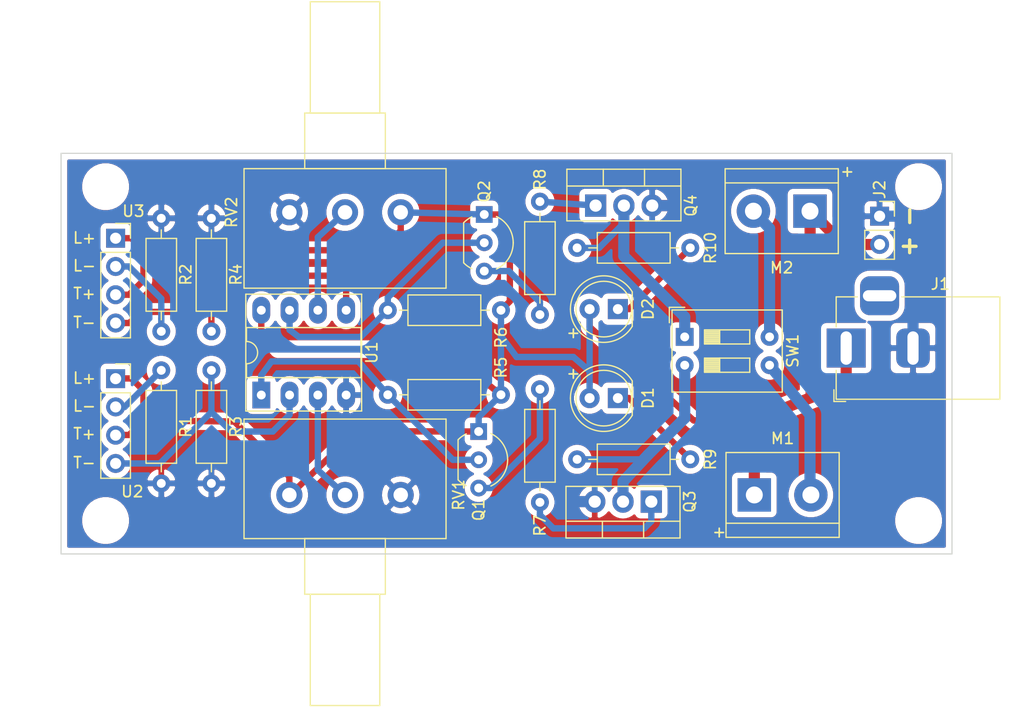
<source format=kicad_pcb>
(kicad_pcb (version 20171130) (host pcbnew "(5.1.5)-3")
  (title_block (title "Robot seguidor de lineas") (date 2020-01-13) (rev 1.1))
  (layers (0 F.Cu signal) (31 B.Cu signal) (34 B.Paste user) (35 F.Paste user) (36 B.SilkS user) (37 F.SilkS user) (38 B.Mask user) (39 F.Mask user) (44 Edge.Cuts user))
  (net 0 "")
  (net 1 "Net-(D1-Pad1)")
  (net 2 +BATT)
  (net 3 "Net-(D2-Pad1)")
  (net 4 GND)
  (net 5 "Net-(M1-Pad2)")
  (net 6 "Net-(M2-Pad2)")
  (net 7 "Net-(Q1-Pad2)")
  (net 8 "Net-(Q1-Pad3)")
  (net 9 "Net-(Q2-Pad3)")
  (net 10 "Net-(Q2-Pad2)")
  (net 11 "Net-(Q3-Pad1)")
  (net 12 Motor1)
  (net 13 Motor2)
  (net 14 "Net-(Q4-Pad1)")
  (net 15 /L1-)
  (net 16 /L2-)
  (net 17 /T1-)
  (net 18 /T2-)
  (net 19 "Net-(RV1-Pad2)")
  (net 20 "Net-(RV2-Pad2)")
  (module TerminalBlock:TerminalBlock_bornier-2_P5.08mm (layer F.Cu) (at 165.75 82.2 180)
    (fp_text reference M2 (at 2.54 -5.08) (layer F.SilkS))
    (fp_text value Motor_DC)
    (fp_line (start -2.54 3.81) (end 7.62 3.81) (layer F.SilkS) (width 0.12))
    (fp_line (start -2.54 -3.81) (end -2.54 3.81) (layer F.SilkS) (width 0.12))
    (fp_line (start 7.62 -3.81) (end -2.54 -3.81) (layer F.SilkS) (width 0.12))
    (fp_line (start 7.62 3.81) (end 7.62 -3.81) (layer F.SilkS) (width 0.12))
    (fp_line (start 7.62 2.54) (end -2.54 2.54) (layer F.SilkS) (width 0.12))
    (pad 2 thru_hole circle (at 5.08 0 180) (size 3 3) (drill 1.52) (layers *.Cu *.Mask) (net 6 "Net-(M2-Pad2)"))
    (pad 1 thru_hole rect (at 0 0 180) (size 3 3) (drill 1.52) (layers *.Cu *.Mask) (net 2 +BATT))
  )
  (module Añadidos:Logo_Calabaza (layer F.Cu) (at 173.4 103.5)
    (fp_text reference G*** hide)
    (fp_text value LOGO hide)
  )
  (module MountingHole:MountingHole_3.2mm_M3 (layer F.Cu) (at 175.5 80)
    (fp_text reference REF**)
    (fp_text value MountingHole_3.2mm_M3)
    (pad 1 np_thru_hole circle (at 0 0) (size 3.2 3.2) (drill 3.2) (layers *.Cu *.Mask))
  )
  (module MountingHole:MountingHole_3.2mm_M3 (layer F.Cu) (at 175.5 110)
    (fp_text reference REF**)
    (fp_text value MountingHole_3.2mm_M3)
    (pad 1 np_thru_hole circle (at 0 0) (size 3.2 3.2) (drill 3.2) (layers *.Cu *.Mask))
  )
  (module MountingHole:MountingHole_3.2mm_M3 (layer F.Cu) (at 102.5 80)
    (fp_text reference REF**)
    (fp_text value MountingHole_3.2mm_M3)
    (pad 1 np_thru_hole circle (at 0 0) (size 3.2 3.2) (drill 3.2) (layers *.Cu *.Mask))
  )
  (module MountingHole:MountingHole_3.2mm_M3 (layer F.Cu) (at 102.5 110)
    (fp_text reference REF**)
    (fp_text value MountingHole_3.2mm_M3)
    (pad 1 np_thru_hole circle (at 0 0) (size 3.2 3.2) (drill 3.2) (layers *.Cu *.Mask))
  )
  (module LED_THT:LED_D5.0mm (layer F.Cu) (at 148.5 99 180)
    (fp_text reference D1 (at -2.7 0 90) (layer F.SilkS))
    (fp_text value LED)
    (fp_arc (start 1.27 0) (end -1.29 -1.54483) (angle 148.9) (layer F.SilkS) (width 0.12))
    (fp_arc (start 1.27 0) (end -1.29 1.54483) (angle -148.9) (layer F.SilkS) (width 0.12))
    (fp_circle (center 1.27 0) (end 3.77 0) (layer F.SilkS) (width 0.12))
    (fp_line (start -1.29 -1.545) (end -1.29 1.545) (layer F.SilkS) (width 0.12))
    (pad 1 thru_hole rect (at 0 0 180) (size 1.8 1.8) (drill 0.9) (layers *.Cu *.Mask) (net 1 "Net-(D1-Pad1)"))
    (pad 2 thru_hole circle (at 2.54 0 180) (size 1.8 1.8) (drill 0.9) (layers *.Cu *.Mask) (net 2 +BATT))
  )
  (module LED_THT:LED_D5.0mm (layer F.Cu) (at 148.5 91 180)
    (fp_text reference D2 (at -2.7 0 90) (layer F.SilkS))
    (fp_text value LED)
    (fp_line (start -1.29 -1.545) (end -1.29 1.545) (layer F.SilkS) (width 0.12))
    (fp_circle (center 1.27 0) (end 3.77 0) (layer F.SilkS) (width 0.12))
    (fp_arc (start 1.27 0) (end -1.29 1.54483) (angle -148.9) (layer F.SilkS) (width 0.12))
    (fp_arc (start 1.27 0) (end -1.29 -1.54483) (angle 148.9) (layer F.SilkS) (width 0.12))
    (pad 2 thru_hole circle (at 2.54 0 180) (size 1.8 1.8) (drill 0.9) (layers *.Cu *.Mask) (net 2 +BATT))
    (pad 1 thru_hole rect (at 0 0 180) (size 1.8 1.8) (drill 0.9) (layers *.Cu *.Mask) (net 3 "Net-(D2-Pad1)"))
  )
  (module Connector_PinSocket_2.54mm:PinSocket_1x02_P2.54mm_Vertical (layer F.Cu) (at 172 82.65)
    (fp_text reference J2 (at 0 -2.4 90) (layer F.SilkS))
    (fp_text value Vin)
    (fp_line (start -1.33 1.27) (end 1.33 1.27) (layer F.SilkS) (width 0.12))
    (fp_line (start -1.33 1.27) (end -1.33 3.87) (layer F.SilkS) (width 0.12))
    (fp_line (start -1.33 3.87) (end 1.33 3.87) (layer F.SilkS) (width 0.12))
    (fp_line (start 1.33 1.27) (end 1.33 3.87) (layer F.SilkS) (width 0.12))
    (fp_line (start 1.33 -1.33) (end 1.33 0) (layer F.SilkS) (width 0.12))
    (fp_line (start 0 -1.33) (end 1.33 -1.33) (layer F.SilkS) (width 0.12))
    (pad 1 thru_hole rect (at 0 0) (size 1.7 1.7) (drill 1) (layers *.Cu *.Mask) (net 4 GND))
    (pad 2 thru_hole oval (at 0 2.54) (size 1.7 1.7) (drill 1) (layers *.Cu *.Mask) (net 2 +BATT))
  )
  (module Package_TO_SOT_THT:TO-92_Inline_Wide (layer F.Cu) (at 136 102 270)
    (fp_text reference Q1 (at 7.05 0 90) (layer F.SilkS))
    (fp_text value BC548)
    (fp_line (start 0.74 1.85) (end 4.34 1.85) (layer F.SilkS) (width 0.12))
    (fp_arc (start 2.54 0) (end 0.74 1.85) (angle 20) (layer F.SilkS) (width 0.12))
    (fp_arc (start 2.54 0) (end 2.54 -2.6) (angle -65) (layer F.SilkS) (width 0.12))
    (fp_arc (start 2.54 0) (end 2.54 -2.6) (angle 65) (layer F.SilkS) (width 0.12))
    (fp_arc (start 2.54 0) (end 4.34 1.85) (angle -20) (layer F.SilkS) (width 0.12))
    (pad 2 thru_hole circle (at 2.54 0) (size 1.5 1.5) (drill 0.8) (layers *.Cu *.Mask) (net 7 "Net-(Q1-Pad2)"))
    (pad 3 thru_hole circle (at 5.08 0) (size 1.5 1.5) (drill 0.8) (layers *.Cu *.Mask) (net 8 "Net-(Q1-Pad3)"))
    (pad 1 thru_hole rect (at 0 0) (size 1.5 1.5) (drill 0.8) (layers *.Cu *.Mask) (net 2 +BATT))
  )
  (module Package_TO_SOT_THT:TO-92_Inline_Wide (layer F.Cu) (at 136.5 82.5 270)
    (fp_text reference Q2 (at -2.075 0 90) (layer F.SilkS))
    (fp_text value BC548)
    (fp_arc (start 2.54 0) (end 4.34 1.85) (angle -20) (layer F.SilkS) (width 0.12))
    (fp_arc (start 2.54 0) (end 2.54 -2.6) (angle 65) (layer F.SilkS) (width 0.12))
    (fp_arc (start 2.54 0) (end 2.54 -2.6) (angle -65) (layer F.SilkS) (width 0.12))
    (fp_arc (start 2.54 0) (end 0.74 1.85) (angle 20) (layer F.SilkS) (width 0.12))
    (fp_line (start 0.74 1.85) (end 4.34 1.85) (layer F.SilkS) (width 0.12))
    (pad 1 thru_hole rect (at 0 0) (size 1.5 1.5) (drill 0.8) (layers *.Cu *.Mask) (net 2 +BATT))
    (pad 3 thru_hole circle (at 5.08 0) (size 1.5 1.5) (drill 0.8) (layers *.Cu *.Mask) (net 9 "Net-(Q2-Pad3)"))
    (pad 2 thru_hole circle (at 2.54 0) (size 1.5 1.5) (drill 0.8) (layers *.Cu *.Mask) (net 10 "Net-(Q2-Pad2)"))
  )
  (module Package_TO_SOT_THT:TO-220-3_Vertical (layer F.Cu) (at 151.5 108.3 180)
    (fp_text reference Q3 (at -3.45 0 90) (layer F.SilkS))
    (fp_text value TIP41C)
    (fp_line (start -2.58 -3.27) (end 7.66 -3.27) (layer F.SilkS) (width 0.12))
    (fp_line (start -2.58 1.371) (end 7.66 1.371) (layer F.SilkS) (width 0.12))
    (fp_line (start -2.58 -3.27) (end -2.58 1.371) (layer F.SilkS) (width 0.12))
    (fp_line (start 7.66 -3.27) (end 7.66 1.371) (layer F.SilkS) (width 0.12))
    (fp_line (start -2.58 -1.76) (end 7.66 -1.76) (layer F.SilkS) (width 0.12))
    (fp_line (start 0.69 -3.27) (end 0.69 -1.76) (layer F.SilkS) (width 0.12))
    (fp_line (start 4.391 -3.27) (end 4.391 -1.76) (layer F.SilkS) (width 0.12))
    (pad 1 thru_hole rect (at 0 0 180) (size 1.905 2) (drill 1.1) (layers *.Cu *.Mask) (net 11 "Net-(Q3-Pad1)"))
    (pad 2 thru_hole oval (at 2.54 0 180) (size 1.905 2) (drill 1.1) (layers *.Cu *.Mask) (net 12 Motor1))
    (pad 3 thru_hole oval (at 5.08 0 180) (size 1.905 2) (drill 1.1) (layers *.Cu *.Mask) (net 4 GND))
  )
  (module Package_TO_SOT_THT:TO-220-3_Vertical (layer F.Cu) (at 146.5 81.7)
    (fp_text reference Q4 (at 8.55 0 90) (layer F.SilkS))
    (fp_text value TIP41C)
    (fp_line (start 4.391 -3.27) (end 4.391 -1.76) (layer F.SilkS) (width 0.12))
    (fp_line (start 0.69 -3.27) (end 0.69 -1.76) (layer F.SilkS) (width 0.12))
    (fp_line (start -2.58 -1.76) (end 7.66 -1.76) (layer F.SilkS) (width 0.12))
    (fp_line (start 7.66 -3.27) (end 7.66 1.371) (layer F.SilkS) (width 0.12))
    (fp_line (start -2.58 -3.27) (end -2.58 1.371) (layer F.SilkS) (width 0.12))
    (fp_line (start -2.58 1.371) (end 7.66 1.371) (layer F.SilkS) (width 0.12))
    (fp_line (start -2.58 -3.27) (end 7.66 -3.27) (layer F.SilkS) (width 0.12))
    (pad 3 thru_hole oval (at 5.08 0) (size 1.905 2) (drill 1.1) (layers *.Cu *.Mask) (net 4 GND))
    (pad 2 thru_hole oval (at 2.54 0) (size 1.905 2) (drill 1.1) (layers *.Cu *.Mask) (net 13 Motor2))
    (pad 1 thru_hole rect (at 0 0) (size 1.905 2) (drill 1.1) (layers *.Cu *.Mask) (net 14 "Net-(Q4-Pad1)"))
  )
  (module Resistor_THT:R_Axial_DIN0207_L6.3mm_D2.5mm_P10.16mm_Horizontal (layer F.Cu) (at 107.5 96.5 270)
    (fp_text reference R1 (at 5.08 -2.2 90) (layer F.SilkS))
    (fp_text value 330)
    (fp_line (start 1.81 -1.37) (end 1.81 1.37) (layer F.SilkS) (width 0.12))
    (fp_line (start 1.81 1.37) (end 8.35 1.37) (layer F.SilkS) (width 0.12))
    (fp_line (start 8.35 1.37) (end 8.35 -1.37) (layer F.SilkS) (width 0.12))
    (fp_line (start 8.35 -1.37) (end 1.81 -1.37) (layer F.SilkS) (width 0.12))
    (fp_line (start 1.04 0) (end 1.81 0) (layer F.SilkS) (width 0.12))
    (fp_line (start 9.12 0) (end 8.35 0) (layer F.SilkS) (width 0.12))
    (pad 1 thru_hole circle (at 0 0 270) (size 1.6 1.6) (drill 0.8) (layers *.Cu *.Mask) (net 15 /L1-))
    (pad 2 thru_hole oval (at 10.16 0 270) (size 1.6 1.6) (drill 0.8) (layers *.Cu *.Mask) (net 4 GND))
  )
  (module Resistor_THT:R_Axial_DIN0207_L6.3mm_D2.5mm_P10.16mm_Horizontal (layer F.Cu) (at 107.5 93 90)
    (fp_text reference R2 (at 5.1 2.2 90) (layer F.SilkS))
    (fp_text value 330)
    (fp_line (start 1.81 -1.37) (end 1.81 1.37) (layer F.SilkS) (width 0.12))
    (fp_line (start 1.81 1.37) (end 8.35 1.37) (layer F.SilkS) (width 0.12))
    (fp_line (start 8.35 1.37) (end 8.35 -1.37) (layer F.SilkS) (width 0.12))
    (fp_line (start 8.35 -1.37) (end 1.81 -1.37) (layer F.SilkS) (width 0.12))
    (fp_line (start 1.04 0) (end 1.81 0) (layer F.SilkS) (width 0.12))
    (fp_line (start 9.12 0) (end 8.35 0) (layer F.SilkS) (width 0.12))
    (pad 1 thru_hole circle (at 0 0 90) (size 1.6 1.6) (drill 0.8) (layers *.Cu *.Mask) (net 16 /L2-))
    (pad 2 thru_hole oval (at 10.16 0 90) (size 1.6 1.6) (drill 0.8) (layers *.Cu *.Mask) (net 4 GND))
  )
  (module Resistor_THT:R_Axial_DIN0207_L6.3mm_D2.5mm_P10.16mm_Horizontal (layer F.Cu) (at 112 96.5 270)
    (fp_text reference R3 (at 5.08 -2.2 90) (layer F.SilkS))
    (fp_text value 47k)
    (fp_line (start 9.12 0) (end 8.35 0) (layer F.SilkS) (width 0.12))
    (fp_line (start 1.04 0) (end 1.81 0) (layer F.SilkS) (width 0.12))
    (fp_line (start 8.35 -1.37) (end 1.81 -1.37) (layer F.SilkS) (width 0.12))
    (fp_line (start 8.35 1.37) (end 8.35 -1.37) (layer F.SilkS) (width 0.12))
    (fp_line (start 1.81 1.37) (end 8.35 1.37) (layer F.SilkS) (width 0.12))
    (fp_line (start 1.81 -1.37) (end 1.81 1.37) (layer F.SilkS) (width 0.12))
    (pad 2 thru_hole oval (at 10.16 0 270) (size 1.6 1.6) (drill 0.8) (layers *.Cu *.Mask) (net 4 GND))
    (pad 1 thru_hole circle (at 0 0 270) (size 1.6 1.6) (drill 0.8) (layers *.Cu *.Mask) (net 17 /T1-))
  )
  (module Resistor_THT:R_Axial_DIN0207_L6.3mm_D2.5mm_P10.16mm_Horizontal (layer F.Cu) (at 112 93 90)
    (fp_text reference R4 (at 5.1 2.2 90) (layer F.SilkS))
    (fp_text value 47k)
    (fp_line (start 9.12 0) (end 8.35 0) (layer F.SilkS) (width 0.12))
    (fp_line (start 1.04 0) (end 1.81 0) (layer F.SilkS) (width 0.12))
    (fp_line (start 8.35 -1.37) (end 1.81 -1.37) (layer F.SilkS) (width 0.12))
    (fp_line (start 8.35 1.37) (end 8.35 -1.37) (layer F.SilkS) (width 0.12))
    (fp_line (start 1.81 1.37) (end 8.35 1.37) (layer F.SilkS) (width 0.12))
    (fp_line (start 1.81 -1.37) (end 1.81 1.37) (layer F.SilkS) (width 0.12))
    (pad 2 thru_hole oval (at 10.16 0 90) (size 1.6 1.6) (drill 0.8) (layers *.Cu *.Mask) (net 4 GND))
    (pad 1 thru_hole circle (at 0 0 90) (size 1.6 1.6) (drill 0.8) (layers *.Cu *.Mask) (net 18 /T2-))
  )
  (module Resistor_THT:R_Axial_DIN0207_L6.3mm_D2.5mm_P10.16mm_Horizontal (layer F.Cu) (at 138 98.7 180)
    (fp_text reference R5 (at 0 2.45 90) (layer F.SilkS))
    (fp_text value 1K)
    (fp_line (start 9.12 0) (end 8.35 0) (layer F.SilkS) (width 0.12))
    (fp_line (start 1.04 0) (end 1.81 0) (layer F.SilkS) (width 0.12))
    (fp_line (start 8.35 -1.37) (end 1.81 -1.37) (layer F.SilkS) (width 0.12))
    (fp_line (start 8.35 1.37) (end 8.35 -1.37) (layer F.SilkS) (width 0.12))
    (fp_line (start 1.81 1.37) (end 8.35 1.37) (layer F.SilkS) (width 0.12))
    (fp_line (start 1.81 -1.37) (end 1.81 1.37) (layer F.SilkS) (width 0.12))
    (pad 2 thru_hole oval (at 10.16 0 180) (size 1.6 1.6) (drill 0.8) (layers *.Cu *.Mask) (net 7 "Net-(Q1-Pad2)"))
    (pad 1 thru_hole circle (at 0 0 180) (size 1.6 1.6) (drill 0.8) (layers *.Cu *.Mask) (net 2 +BATT))
  )
  (module Resistor_THT:R_Axial_DIN0207_L6.3mm_D2.5mm_P10.16mm_Horizontal (layer F.Cu) (at 138 91.1 180)
    (fp_text reference R6 (at 0 -2.45 90) (layer F.SilkS))
    (fp_text value 1K)
    (fp_line (start 1.81 -1.37) (end 1.81 1.37) (layer F.SilkS) (width 0.12))
    (fp_line (start 1.81 1.37) (end 8.35 1.37) (layer F.SilkS) (width 0.12))
    (fp_line (start 8.35 1.37) (end 8.35 -1.37) (layer F.SilkS) (width 0.12))
    (fp_line (start 8.35 -1.37) (end 1.81 -1.37) (layer F.SilkS) (width 0.12))
    (fp_line (start 1.04 0) (end 1.81 0) (layer F.SilkS) (width 0.12))
    (fp_line (start 9.12 0) (end 8.35 0) (layer F.SilkS) (width 0.12))
    (pad 1 thru_hole circle (at 0 0 180) (size 1.6 1.6) (drill 0.8) (layers *.Cu *.Mask) (net 2 +BATT))
    (pad 2 thru_hole oval (at 10.16 0 180) (size 1.6 1.6) (drill 0.8) (layers *.Cu *.Mask) (net 10 "Net-(Q2-Pad2)"))
  )
  (module Resistor_THT:R_Axial_DIN0207_L6.3mm_D2.5mm_P10.16mm_Horizontal (layer F.Cu) (at 141.5 98.2 270)
    (fp_text reference R7 (at 12.25 0 90) (layer F.SilkS))
    (fp_text value 56)
    (fp_line (start 9.12 0) (end 8.35 0) (layer F.SilkS) (width 0.12))
    (fp_line (start 1.04 0) (end 1.81 0) (layer F.SilkS) (width 0.12))
    (fp_line (start 8.35 -1.37) (end 1.81 -1.37) (layer F.SilkS) (width 0.12))
    (fp_line (start 8.35 1.37) (end 8.35 -1.37) (layer F.SilkS) (width 0.12))
    (fp_line (start 1.81 1.37) (end 8.35 1.37) (layer F.SilkS) (width 0.12))
    (fp_line (start 1.81 -1.37) (end 1.81 1.37) (layer F.SilkS) (width 0.12))
    (pad 2 thru_hole oval (at 10.16 0 270) (size 1.6 1.6) (drill 0.8) (layers *.Cu *.Mask) (net 11 "Net-(Q3-Pad1)"))
    (pad 1 thru_hole circle (at 0 0 270) (size 1.6 1.6) (drill 0.8) (layers *.Cu *.Mask) (net 8 "Net-(Q1-Pad3)"))
  )
  (module Resistor_THT:R_Axial_DIN0207_L6.3mm_D2.5mm_P10.16mm_Horizontal (layer F.Cu) (at 141.5 91.5 90)
    (fp_text reference R8 (at 12.15 0 90) (layer F.SilkS))
    (fp_text value 56)
    (fp_line (start 9.12 0) (end 8.35 0) (layer F.SilkS) (width 0.12))
    (fp_line (start 1.04 0) (end 1.81 0) (layer F.SilkS) (width 0.12))
    (fp_line (start 8.35 -1.37) (end 1.81 -1.37) (layer F.SilkS) (width 0.12))
    (fp_line (start 8.35 1.37) (end 8.35 -1.37) (layer F.SilkS) (width 0.12))
    (fp_line (start 1.81 1.37) (end 8.35 1.37) (layer F.SilkS) (width 0.12))
    (fp_line (start 1.81 -1.37) (end 1.81 1.37) (layer F.SilkS) (width 0.12))
    (pad 2 thru_hole oval (at 10.16 0 90) (size 1.6 1.6) (drill 0.8) (layers *.Cu *.Mask) (net 14 "Net-(Q4-Pad1)"))
    (pad 1 thru_hole circle (at 0 0 90) (size 1.6 1.6) (drill 0.8) (layers *.Cu *.Mask) (net 9 "Net-(Q2-Pad3)"))
  )
  (module Resistor_THT:R_Axial_DIN0207_L6.3mm_D2.5mm_P10.16mm_Horizontal (layer F.Cu) (at 155 104.5 180)
    (fp_text reference R9 (at -1.8 0 90) (layer F.SilkS))
    (fp_text value 330)
    (fp_line (start 1.81 -1.37) (end 1.81 1.37) (layer F.SilkS) (width 0.12))
    (fp_line (start 1.81 1.37) (end 8.35 1.37) (layer F.SilkS) (width 0.12))
    (fp_line (start 8.35 1.37) (end 8.35 -1.37) (layer F.SilkS) (width 0.12))
    (fp_line (start 8.35 -1.37) (end 1.81 -1.37) (layer F.SilkS) (width 0.12))
    (fp_line (start 1.04 0) (end 1.81 0) (layer F.SilkS) (width 0.12))
    (fp_line (start 9.12 0) (end 8.35 0) (layer F.SilkS) (width 0.12))
    (pad 1 thru_hole circle (at 0 0 180) (size 1.6 1.6) (drill 0.8) (layers *.Cu *.Mask) (net 1 "Net-(D1-Pad1)"))
    (pad 2 thru_hole oval (at 10.16 0 180) (size 1.6 1.6) (drill 0.8) (layers *.Cu *.Mask) (net 12 Motor1))
  )
  (module Resistor_THT:R_Axial_DIN0207_L6.3mm_D2.5mm_P10.16mm_Horizontal (layer F.Cu) (at 155 85.5 180)
    (fp_text reference R10 (at -1.8 0 90) (layer F.SilkS))
    (fp_text value 330)
    (fp_line (start 9.12 0) (end 8.35 0) (layer F.SilkS) (width 0.12))
    (fp_line (start 1.04 0) (end 1.81 0) (layer F.SilkS) (width 0.12))
    (fp_line (start 8.35 -1.37) (end 1.81 -1.37) (layer F.SilkS) (width 0.12))
    (fp_line (start 8.35 1.37) (end 8.35 -1.37) (layer F.SilkS) (width 0.12))
    (fp_line (start 1.81 1.37) (end 8.35 1.37) (layer F.SilkS) (width 0.12))
    (fp_line (start 1.81 -1.37) (end 1.81 1.37) (layer F.SilkS) (width 0.12))
    (pad 2 thru_hole oval (at 10.16 0 180) (size 1.6 1.6) (drill 0.8) (layers *.Cu *.Mask) (net 13 Motor2))
    (pad 1 thru_hole circle (at 0 0 180) (size 1.6 1.6) (drill 0.8) (layers *.Cu *.Mask) (net 3 "Net-(D2-Pad1)"))
  )
  (module Button_Switch_THT:SW_DIP_SPSTx02_Slide_9.78x7.26mm_W7.62mm_P2.54mm (layer F.Cu) (at 154.5 93.5)
    (fp_text reference SW1 (at 9.7 1.25 90) (layer F.SilkS))
    (fp_text value SW_DIP_x02)
    (fp_line (start -1.14 -2.42) (end 8.76 -2.42) (layer F.SilkS) (width 0.12))
    (fp_line (start -1.14 4.96) (end 8.76 4.96) (layer F.SilkS) (width 0.12))
    (fp_line (start -1.14 -2.42) (end -1.14 4.96) (layer F.SilkS) (width 0.12))
    (fp_line (start 8.76 -2.42) (end 8.76 4.96) (layer F.SilkS) (width 0.12))
    (fp_line (start -1.38 -2.66) (end 0.004 -2.66) (layer F.SilkS) (width 0.12))
    (fp_line (start -1.38 -2.66) (end -1.38 -1.277) (layer F.SilkS) (width 0.12))
    (fp_line (start 1.78 -0.635) (end 1.78 0.635) (layer F.SilkS) (width 0.12))
    (fp_line (start 1.78 0.635) (end 5.84 0.635) (layer F.SilkS) (width 0.12))
    (fp_line (start 5.84 0.635) (end 5.84 -0.635) (layer F.SilkS) (width 0.12))
    (fp_line (start 5.84 -0.635) (end 1.78 -0.635) (layer F.SilkS) (width 0.12))
    (fp_line (start 1.78 -0.515) (end 3.133333 -0.515) (layer F.SilkS) (width 0.12))
    (fp_line (start 1.78 -0.395) (end 3.133333 -0.395) (layer F.SilkS) (width 0.12))
    (fp_line (start 1.78 -0.275) (end 3.133333 -0.275) (layer F.SilkS) (width 0.12))
    (fp_line (start 1.78 -0.155) (end 3.133333 -0.155) (layer F.SilkS) (width 0.12))
    (fp_line (start 1.78 -0.035) (end 3.133333 -0.035) (layer F.SilkS) (width 0.12))
    (fp_line (start 1.78 0.085) (end 3.133333 0.085) (layer F.SilkS) (width 0.12))
    (fp_line (start 1.78 0.205) (end 3.133333 0.205) (layer F.SilkS) (width 0.12))
    (fp_line (start 1.78 0.325) (end 3.133333 0.325) (layer F.SilkS) (width 0.12))
    (fp_line (start 1.78 0.445) (end 3.133333 0.445) (layer F.SilkS) (width 0.12))
    (fp_line (start 1.78 0.565) (end 3.133333 0.565) (layer F.SilkS) (width 0.12))
    (fp_line (start 3.133333 -0.635) (end 3.133333 0.635) (layer F.SilkS) (width 0.12))
    (fp_line (start 1.78 1.905) (end 1.78 3.175) (layer F.SilkS) (width 0.12))
    (fp_line (start 1.78 3.175) (end 5.84 3.175) (layer F.SilkS) (width 0.12))
    (fp_line (start 5.84 3.175) (end 5.84 1.905) (layer F.SilkS) (width 0.12))
    (fp_line (start 5.84 1.905) (end 1.78 1.905) (layer F.SilkS) (width 0.12))
    (fp_line (start 1.78 2.025) (end 3.133333 2.025) (layer F.SilkS) (width 0.12))
    (fp_line (start 1.78 2.145) (end 3.133333 2.145) (layer F.SilkS) (width 0.12))
    (fp_line (start 1.78 2.265) (end 3.133333 2.265) (layer F.SilkS) (width 0.12))
    (fp_line (start 1.78 2.385) (end 3.133333 2.385) (layer F.SilkS) (width 0.12))
    (fp_line (start 1.78 2.505) (end 3.133333 2.505) (layer F.SilkS) (width 0.12))
    (fp_line (start 1.78 2.625) (end 3.133333 2.625) (layer F.SilkS) (width 0.12))
    (fp_line (start 1.78 2.745) (end 3.133333 2.745) (layer F.SilkS) (width 0.12))
    (fp_line (start 1.78 2.865) (end 3.133333 2.865) (layer F.SilkS) (width 0.12))
    (fp_line (start 1.78 2.985) (end 3.133333 2.985) (layer F.SilkS) (width 0.12))
    (fp_line (start 1.78 3.105) (end 3.133333 3.105) (layer F.SilkS) (width 0.12))
    (fp_line (start 3.133333 1.905) (end 3.133333 3.175) (layer F.SilkS) (width 0.12))
    (pad 1 thru_hole rect (at 0 0) (size 1.6 1.6) (drill 0.8) (layers *.Cu *.Mask) (net 13 Motor2))
    (pad 3 thru_hole oval (at 7.62 2.54) (size 1.6 1.6) (drill 0.8) (layers *.Cu *.Mask) (net 5 "Net-(M1-Pad2)"))
    (pad 2 thru_hole oval (at 0 2.54) (size 1.6 1.6) (drill 0.8) (layers *.Cu *.Mask) (net 12 Motor1))
    (pad 4 thru_hole oval (at 7.62 0) (size 1.6 1.6) (drill 0.8) (layers *.Cu *.Mask) (net 6 "Net-(M2-Pad2)"))
  )
  (module Package_DIP:DIP-8_W7.62mm_Socket_LongPads (layer F.Cu) (at 116.48 98.72 90)
    (fp_text reference U1 (at 3.81 9.92 90) (layer F.SilkS))
    (fp_text value LM358)
    (fp_arc (start 3.81 -1.33) (end 2.81 -1.33) (angle -180) (layer F.SilkS) (width 0.12))
    (fp_line (start 2.81 -1.33) (end 1.56 -1.33) (layer F.SilkS) (width 0.12))
    (fp_line (start 1.56 -1.33) (end 1.56 8.95) (layer F.SilkS) (width 0.12))
    (fp_line (start 1.56 8.95) (end 6.06 8.95) (layer F.SilkS) (width 0.12))
    (fp_line (start 6.06 8.95) (end 6.06 -1.33) (layer F.SilkS) (width 0.12))
    (fp_line (start 6.06 -1.33) (end 4.81 -1.33) (layer F.SilkS) (width 0.12))
    (fp_line (start -1.44 -1.39) (end -1.44 9.01) (layer F.SilkS) (width 0.12))
    (fp_line (start -1.44 9.01) (end 9.06 9.01) (layer F.SilkS) (width 0.12))
    (fp_line (start 9.06 9.01) (end 9.06 -1.39) (layer F.SilkS) (width 0.12))
    (fp_line (start 9.06 -1.39) (end -1.44 -1.39) (layer F.SilkS) (width 0.12))
    (pad 1 thru_hole rect (at 0 0 90) (size 2.4 1.6) (drill 0.8) (layers *.Cu *.Mask) (net 7 "Net-(Q1-Pad2)"))
    (pad 5 thru_hole oval (at 7.62 7.62 90) (size 2.4 1.6) (drill 0.8) (layers *.Cu *.Mask) (net 18 /T2-))
    (pad 2 thru_hole oval (at 0 2.54 90) (size 2.4 1.6) (drill 0.8) (layers *.Cu *.Mask) (net 17 /T1-))
    (pad 6 thru_hole oval (at 7.62 5.08 90) (size 2.4 1.6) (drill 0.8) (layers *.Cu *.Mask) (net 20 "Net-(RV2-Pad2)"))
    (pad 3 thru_hole oval (at 0 5.08 90) (size 2.4 1.6) (drill 0.8) (layers *.Cu *.Mask) (net 19 "Net-(RV1-Pad2)"))
    (pad 7 thru_hole oval (at 7.62 2.54 90) (size 2.4 1.6) (drill 0.8) (layers *.Cu *.Mask) (net 10 "Net-(Q2-Pad2)"))
    (pad 4 thru_hole oval (at 0 7.62 90) (size 2.4 1.6) (drill 0.8) (layers *.Cu *.Mask) (net 4 GND))
    (pad 8 thru_hole oval (at 7.62 0 90) (size 2.4 1.6) (drill 0.8) (layers *.Cu *.Mask) (net 2 +BATT))
  )
  (module Connector_PinSocket_2.54mm:PinSocket_1x04_P2.54mm_Vertical (layer F.Cu) (at 103.4 97.25)
    (fp_text reference U2 (at 1.5 10.15 180) (layer F.SilkS))
    (fp_text value CNY70)
    (fp_line (start 0 -1.33) (end 1.33 -1.33) (layer F.SilkS) (width 0.12))
    (fp_line (start 1.33 -1.33) (end 1.33 0) (layer F.SilkS) (width 0.12))
    (fp_line (start 1.33 1.27) (end 1.33 8.95) (layer F.SilkS) (width 0.12))
    (fp_line (start -1.33 8.95) (end 1.33 8.95) (layer F.SilkS) (width 0.12))
    (fp_line (start -1.33 1.27) (end -1.33 8.95) (layer F.SilkS) (width 0.12))
    (fp_line (start -1.33 1.27) (end 1.33 1.27) (layer F.SilkS) (width 0.12))
    (pad 4 thru_hole oval (at 0 7.62) (size 1.7 1.7) (drill 1) (layers *.Cu *.Mask) (net 17 /T1-))
    (pad 3 thru_hole oval (at 0 5.08) (size 1.7 1.7) (drill 1) (layers *.Cu *.Mask) (net 2 +BATT))
    (pad 2 thru_hole oval (at 0 2.54) (size 1.7 1.7) (drill 1) (layers *.Cu *.Mask) (net 15 /L1-))
    (pad 1 thru_hole rect (at 0 0) (size 1.7 1.7) (drill 1) (layers *.Cu *.Mask) (net 2 +BATT))
  )
  (module Connector_PinSocket_2.54mm:PinSocket_1x04_P2.54mm_Vertical (layer F.Cu) (at 103.4 84.63)
    (fp_text reference U3 (at 1.6 -2.43 180) (layer F.SilkS))
    (fp_text value CNY70)
    (fp_line (start 0 -1.33) (end 1.33 -1.33) (layer F.SilkS) (width 0.12))
    (fp_line (start 1.33 -1.33) (end 1.33 0) (layer F.SilkS) (width 0.12))
    (fp_line (start 1.33 1.27) (end 1.33 8.95) (layer F.SilkS) (width 0.12))
    (fp_line (start -1.33 8.95) (end 1.33 8.95) (layer F.SilkS) (width 0.12))
    (fp_line (start -1.33 1.27) (end -1.33 8.95) (layer F.SilkS) (width 0.12))
    (fp_line (start -1.33 1.27) (end 1.33 1.27) (layer F.SilkS) (width 0.12))
    (pad 4 thru_hole oval (at 0 7.62) (size 1.7 1.7) (drill 1) (layers *.Cu *.Mask) (net 18 /T2-))
    (pad 3 thru_hole oval (at 0 5.08) (size 1.7 1.7) (drill 1) (layers *.Cu *.Mask) (net 2 +BATT))
    (pad 2 thru_hole oval (at 0 2.54) (size 1.7 1.7) (drill 1) (layers *.Cu *.Mask) (net 16 /L2-))
    (pad 1 thru_hole rect (at 0 0) (size 1.7 1.7) (drill 1) (layers *.Cu *.Mask) (net 2 +BATT))
  )
  (module Connector_BarrelJack:BarrelJack_Horizontal (layer F.Cu) (at 169 94.5 180)
    (fp_text reference J1 (at -8.45 5.75) (layer F.SilkS))
    (fp_text value Jack-DC)
    (fp_line (start 0.9 -4.6) (end 0.9 -2) (layer F.SilkS) (width 0.12))
    (fp_line (start -13.8 -4.6) (end 0.9 -4.6) (layer F.SilkS) (width 0.12))
    (fp_line (start 0.9 4.6) (end -1 4.6) (layer F.SilkS) (width 0.12))
    (fp_line (start 0.9 1.9) (end 0.9 4.6) (layer F.SilkS) (width 0.12))
    (fp_line (start -13.8 4.6) (end -13.8 -4.6) (layer F.SilkS) (width 0.12))
    (fp_line (start -5 4.6) (end -13.8 4.6) (layer F.SilkS) (width 0.12))
    (fp_line (start 0.05 -4.8) (end 1.1 -4.8) (layer F.SilkS) (width 0.12))
    (fp_line (start 1.1 -3.75) (end 1.1 -4.8) (layer F.SilkS) (width 0.12))
    (pad 3 thru_hole roundrect (at -3 4.7 180) (size 3.5 3.5) (drill oval 3 1) (layers *.Cu *.Mask))
    (pad 2 thru_hole roundrect (at -6 0 180) (size 3 3.5) (drill oval 1 3) (layers *.Cu *.Mask) (net 4 GND))
    (pad 1 thru_hole rect (at 0 0 180) (size 3.5 3.5) (drill oval 1 3) (layers *.Cu *.Mask) (net 2 +BATT))
  )
  (module TerminalBlock:TerminalBlock_bornier-2_P5.08mm (layer F.Cu) (at 160.75 107.7)
    (fp_text reference M1 (at 2.54 -5.08) (layer F.SilkS))
    (fp_text value Motor_DC)
    (fp_line (start 7.62 2.54) (end -2.54 2.54) (layer F.SilkS) (width 0.12))
    (fp_line (start 7.62 3.81) (end 7.62 -3.81) (layer F.SilkS) (width 0.12))
    (fp_line (start 7.62 -3.81) (end -2.54 -3.81) (layer F.SilkS) (width 0.12))
    (fp_line (start -2.54 -3.81) (end -2.54 3.81) (layer F.SilkS) (width 0.12))
    (fp_line (start -2.54 3.81) (end 7.62 3.81) (layer F.SilkS) (width 0.12))
    (pad 1 thru_hole rect (at 0 0) (size 3 3) (drill 1.52) (layers *.Cu *.Mask) (net 2 +BATT))
    (pad 2 thru_hole circle (at 5.08 0) (size 3 3) (drill 1.52) (layers *.Cu *.Mask) (net 5 "Net-(M1-Pad2)"))
  )
  (module Potentiometer_THT:Potentiometer_Alps_RK163_Single_Horizontal (layer F.Cu) (at 119 107.7 270)
    (fp_text reference RV1 (at 0 -15.2 90) (layer F.SilkS))
    (fp_text value 100k)
    (fp_line (start -6.82 -14.07) (end 3.92 -14.07) (layer F.SilkS) (width 0.12))
    (fp_line (start -6.82 4.07) (end 3.92 4.07) (layer F.SilkS) (width 0.12))
    (fp_line (start -6.82 -14.07) (end -6.82 4.07) (layer F.SilkS) (width 0.12))
    (fp_line (start 3.92 -14.07) (end 3.92 4.07) (layer F.SilkS) (width 0.12))
    (fp_line (start 3.92 -8.62) (end 8.92 -8.62) (layer F.SilkS) (width 0.12))
    (fp_line (start 3.92 -1.38) (end 8.92 -1.38) (layer F.SilkS) (width 0.12))
    (fp_line (start 3.92 -8.62) (end 3.92 -1.38) (layer F.SilkS) (width 0.12))
    (fp_line (start 8.92 -8.62) (end 8.92 -1.38) (layer F.SilkS) (width 0.12))
    (fp_line (start 8.92 -8.12) (end 18.92 -8.12) (layer F.SilkS) (width 0.12))
    (fp_line (start 8.92 -1.879) (end 18.92 -1.879) (layer F.SilkS) (width 0.12))
    (fp_line (start 8.92 -8.12) (end 8.92 -1.879) (layer F.SilkS) (width 0.12))
    (fp_line (start 18.92 -8.12) (end 18.92 -1.879) (layer F.SilkS) (width 0.12))
    (pad 3 thru_hole circle (at 0 -10 270) (size 2.34 2.34) (drill 1.3) (layers *.Cu *.Mask) (net 4 GND))
    (pad 2 thru_hole circle (at 0 -5 270) (size 2.34 2.34) (drill 1.3) (layers *.Cu *.Mask) (net 19 "Net-(RV1-Pad2)"))
    (pad 1 thru_hole circle (at 0 0 270) (size 2.34 2.34) (drill 1.3) (layers *.Cu *.Mask) (net 2 +BATT))
  )
  (module Potentiometer_THT:Potentiometer_Alps_RK163_Single_Horizontal (layer F.Cu) (at 129 82.3 90)
    (fp_text reference RV2 (at 0 -15.2 90) (layer F.SilkS))
    (fp_text value 100k)
    (fp_line (start 18.92 -8.12) (end 18.92 -1.879) (layer F.SilkS) (width 0.12))
    (fp_line (start 8.92 -8.12) (end 8.92 -1.879) (layer F.SilkS) (width 0.12))
    (fp_line (start 8.92 -1.879) (end 18.92 -1.879) (layer F.SilkS) (width 0.12))
    (fp_line (start 8.92 -8.12) (end 18.92 -8.12) (layer F.SilkS) (width 0.12))
    (fp_line (start 8.92 -8.62) (end 8.92 -1.38) (layer F.SilkS) (width 0.12))
    (fp_line (start 3.92 -8.62) (end 3.92 -1.38) (layer F.SilkS) (width 0.12))
    (fp_line (start 3.92 -1.38) (end 8.92 -1.38) (layer F.SilkS) (width 0.12))
    (fp_line (start 3.92 -8.62) (end 8.92 -8.62) (layer F.SilkS) (width 0.12))
    (fp_line (start 3.92 -14.07) (end 3.92 4.07) (layer F.SilkS) (width 0.12))
    (fp_line (start -6.82 -14.07) (end -6.82 4.07) (layer F.SilkS) (width 0.12))
    (fp_line (start -6.82 4.07) (end 3.92 4.07) (layer F.SilkS) (width 0.12))
    (fp_line (start -6.82 -14.07) (end 3.92 -14.07) (layer F.SilkS) (width 0.12))
    (pad 1 thru_hole circle (at 0 0 90) (size 2.34 2.34) (drill 1.3) (layers *.Cu *.Mask) (net 2 +BATT))
    (pad 2 thru_hole circle (at 0 -5 90) (size 2.34 2.34) (drill 1.3) (layers *.Cu *.Mask) (net 20 "Net-(RV2-Pad2)"))
    (pad 3 thru_hole circle (at 0 -10 90) (size 2.34 2.34) (drill 1.3) (layers *.Cu *.Mask) (net 4 GND))
  )
  (gr_text T- (at 100.6 92.2) (layer F.SilkS) (effects (font (size 1 1))))
  (gr_text T+ (at 100.6 89.6) (layer F.SilkS) (effects (font (size 1 1))))
  (gr_text L- (at 100.6 87.1) (layer F.SilkS) (effects (font (size 1 1))))
  (gr_text L+ (at 100.6 84.6) (layer F.SilkS) (effects (font (size 1 1))))
  (gr_text T- (at 100.6 104.8) (layer F.SilkS) (effects (font (size 1 1))))
  (gr_text T+ (at 100.6 102.2) (layer F.SilkS) (effects (font (size 1 1))))
  (gr_text L- (at 100.6 99.7) (layer F.SilkS) (effects (font (size 1 1))))
  (gr_text L+ (at 100.6 97.2) (layer F.SilkS) (effects (font (size 1 1))))
  (gr_text + (at 157.6 111) (layer F.SilkS) (effects (font (size 1 1))))
  (gr_text + (at 169.1 78.6) (layer F.SilkS) (effects (font (size 1 1))))
  (gr_text + (at 144.5 96.75) (layer F.SilkS) (effects (font (size 1 1))))
  (gr_text + (at 144.5 93.1) (layer F.SilkS) (effects (font (size 1 1))))
  (gr_text - (at 174.6 82.65 90) (layer F.SilkS) (effects (font (size 1.5 1.5) (thickness 0.3))))
  (gr_text + (at 174.7 85.25) (layer F.SilkS) (effects (font (size 1.5 1.5) (thickness 0.3))))
  (gr_line (start 178.5 77) (end 178.5 113) (layer Edge.Cuts) (width 0.1))
  (gr_line (start 98.5 77) (end 178.5 77) (layer Edge.Cuts) (width 0.1))
  (gr_line (start 98.5 113) (end 98.5 77) (layer Edge.Cuts) (width 0.1))
  (gr_line (start 178.5 113) (end 98.5 113) (layer Edge.Cuts) (width 0.1))
  (segment (start 149.5 99) (end 148.5 99) (width 0.57) (layer F.Cu) (net 1))
  (segment (start 155 104.5) (end 149.5 99) (width 0.57) (layer F.Cu) (net 1))
  (segment (start 145.96 99) (end 145.96 97.727208) (width 0.57) (layer B.Cu) (net 2))
  (segment (start 145.96 93.84) (end 145.96 91) (width 0.57) (layer B.Cu) (net 2))
  (segment (start 145.96 97.727208) (end 145.96 93.84) (width 0.57) (layer B.Cu) (net 2))
  (segment (start 136 100.7) (end 138 98.7) (width 0.57) (layer B.Cu) (net 2))
  (segment (start 136 102) (end 136 100.7) (width 0.57) (layer B.Cu) (net 2))
  (segment (start 137.82 82.5) (end 136.5 82.5) (width 0.57) (layer F.Cu) (net 2))
  (segment (start 138.799999 83.479999) (end 137.82 82.5) (width 0.57) (layer F.Cu) (net 2))
  (segment (start 138.799999 90.300001) (end 138.799999 83.479999) (width 0.57) (layer F.Cu) (net 2))
  (segment (start 138 91.1) (end 138.799999 90.300001) (width 0.57) (layer F.Cu) (net 2))
  (segment (start 132.9 94.6) (end 138 98.7) (width 0.57) (layer F.Cu) (net 2))
  (segment (start 118 94.6) (end 132.9 94.6) (width 0.57) (layer F.Cu) (net 2))
  (segment (start 116.48 91.1) (end 116.48 92.87) (width 0.57) (layer F.Cu) (net 2))
  (segment (start 116.48 92.87) (end 118 94.6) (width 0.57) (layer F.Cu) (net 2))
  (segment (start 139.4 95.3) (end 138 93.4) (width 0.57) (layer B.Cu) (net 2))
  (segment (start 146 96.6) (end 144.5 95.3) (width 0.57) (layer B.Cu) (net 2))
  (segment (start 144.5 95.3) (end 139.4 95.3) (width 0.57) (layer B.Cu) (net 2))
  (segment (start 129 82.3) (end 129 82.1) (width 0.57) (layer B.Cu) (net 2))
  (segment (start 136.5 82.5) (end 129 82.3) (width 0.57) (layer B.Cu) (net 2))
  (segment (start 104.82 84.63) (end 105.9 85.71) (width 0.57) (layer F.Cu) (net 2))
  (segment (start 103.4 84.63) (end 104.82 84.63) (width 0.57) (layer F.Cu) (net 2))
  (segment (start 105.9 88.412081) (end 105.9 85.71) (width 0.57) (layer F.Cu) (net 2))
  (segment (start 104.602081 89.71) (end 105.9 88.412081) (width 0.57) (layer F.Cu) (net 2))
  (segment (start 103.4 89.71) (end 104.602081 89.71) (width 0.57) (layer F.Cu) (net 2))
  (segment (start 105.9 101.012081) (end 105.9 98.31) (width 0.57) (layer F.Cu) (net 2))
  (segment (start 103.4 102.31) (end 104.602081 102.31) (width 0.57) (layer F.Cu) (net 2))
  (segment (start 104.82 97.23) (end 105.9 98.31) (width 0.57) (layer F.Cu) (net 2))
  (segment (start 103.4 97.23) (end 104.82 97.23) (width 0.57) (layer F.Cu) (net 2))
  (segment (start 104.602081 102.31) (end 105.9 101.1) (width 0.57) (layer F.Cu) (net 2))
  (segment (start 105.9 101.1) (end 105.9 101.012081) (width 0.57) (layer F.Cu) (net 2))
  (segment (start 165.75 82.25) (end 165.85 98.85) (width 1) (layer F.Cu) (net 2))
  (segment (start 167.35 98.8) (end 166 98.8) (width 1) (layer F.Cu) (net 2))
  (segment (start 169 97.25) (end 167.45 98.8) (width 1) (layer F.Cu) (net 2))
  (segment (start 169 94.5) (end 169 97.25) (width 1) (layer F.Cu) (net 2))
  (segment (start 168.75 85.2) (end 165.8 82.2) (width 1) (layer F.Cu) (net 2))
  (segment (start 125.025 101.975) (end 119 107.75) (width 0.57) (layer F.Cu) (net 2))
  (segment (start 136 102) (end 125.025 101.975) (width 0.57) (layer F.Cu) (net 2))
  (segment (start 138 92.23137) (end 138 98.7) (width 0.57) (layer B.Cu) (net 2))
  (segment (start 138 91.1) (end 138 92.23137) (width 0.57) (layer B.Cu) (net 2))
  (segment (start 127.244629 85.71) (end 105.9 85.71) (width 0.57) (layer F.Cu) (net 2))
  (segment (start 129 82.3) (end 129 83.954629) (width 0.57) (layer F.Cu) (net 2))
  (segment (start 129 83.954629) (end 127.244629 85.71) (width 0.57) (layer F.Cu) (net 2))
  (segment (start 114.054629 101.1) (end 105.9 101.012081) (width 0.57) (layer F.Cu) (net 2))
  (segment (start 119 107.7) (end 119 106.045371) (width 0.57) (layer F.Cu) (net 2))
  (segment (start 119 106.045371) (end 114.054629 101.1) (width 0.57) (layer F.Cu) (net 2))
  (segment (start 172.2 85.19) (end 168.75 85.2) (width 1) (layer F.Cu) (net 2))
  (segment (start 160.75 101) (end 160.75 107.7) (width 1) (layer F.Cu) (net 2))
  (segment (start 166.2 98.8) (end 160.75 101) (width 1) (layer F.Cu) (net 2))
  (segment (start 145.96 91) (end 145.96 92.6) (width 0.57) (layer F.Cu) (net 2))
  (segment (start 155.3 101) (end 160.75 101) (width 0.57) (layer F.Cu) (net 2))
  (segment (start 145.96 92.6) (end 155.3 101) (width 0.57) (layer F.Cu) (net 2))
  (segment (start 149.5 91) (end 148.5 91) (width 0.57) (layer F.Cu) (net 3))
  (segment (start 155 85.5) (end 149.5 91) (width 0.57) (layer F.Cu) (net 3))
  (segment (start 146.42 108.3) (end 144.4675 108.3) (width 1) (layer B.Cu) (net 4))
  (segment (start 151.58 81.7) (end 153.5325 81.7) (width 1) (layer B.Cu) (net 4))
  (segment (start 146.42 108.3) (end 144.45 108.3) (width 1) (layer F.Cu) (net 4))
  (segment (start 151.58 81.7) (end 153.5325 81.7) (width 1) (layer F.Cu) (net 4))
  (segment (start 175 83.65) (end 175 94.5) (width 1) (layer B.Cu) (net 4))
  (segment (start 172.15 82.65) (end 174 82.65) (width 1) (layer B.Cu) (net 4))
  (segment (start 174 82.65) (end 175 83.65) (width 1) (layer B.Cu) (net 4))
  (segment (start 165.75 107.7) (end 165.75 100.5) (width 1) (layer B.Cu) (net 5))
  (segment (start 165.75 100.5) (end 162.12 96.04) (width 1) (layer B.Cu) (net 5))
  (segment (start 160.92 82.2) (end 160.67 82.2) (width 1) (layer B.Cu) (net 6))
  (segment (start 162.12 83.75) (end 162.12 93.5) (width 1) (layer B.Cu) (net 6))
  (segment (start 160.67 82.2) (end 162.12 83.75) (width 1) (layer B.Cu) (net 6))
  (segment (start 133.68 104.54) (end 127.84 98.7) (width 0.57) (layer B.Cu) (net 7))
  (segment (start 136 104.54) (end 133.68 104.54) (width 0.57) (layer B.Cu) (net 7))
  (segment (start 125.2 95.7) (end 127.84 98.7) (width 0.57) (layer B.Cu) (net 7))
  (segment (start 117.4 95.7) (end 125.2 95.7) (width 0.57) (layer B.Cu) (net 7))
  (segment (start 116.48 98.72) (end 116.48 96.95) (width 0.57) (layer B.Cu) (net 7))
  (segment (start 116.48 96.95) (end 117.4 95.7) (width 0.57) (layer B.Cu) (net 7))
  (segment (start 141.5 99.33137) (end 141.5 98.2) (width 0.57) (layer B.Cu) (net 8))
  (segment (start 137.06066 107.08) (end 141.5 102.64066) (width 0.57) (layer B.Cu) (net 8))
  (segment (start 141.5 102.64066) (end 141.5 99.33137) (width 0.57) (layer B.Cu) (net 8))
  (segment (start 136 107.08) (end 137.06066 107.08) (width 0.57) (layer B.Cu) (net 8))
  (segment (start 137.56066 87.58) (end 136.5 87.58) (width 0.57) (layer B.Cu) (net 9))
  (segment (start 138.71137 87.58) (end 137.56066 87.58) (width 0.57) (layer B.Cu) (net 9))
  (segment (start 141.5 90.36863) (end 138.71137 87.58) (width 0.57) (layer B.Cu) (net 9))
  (segment (start 141.5 91.5) (end 141.5 90.36863) (width 0.57) (layer B.Cu) (net 9))
  (segment (start 135.43934 85.04) (end 136.5 85.04) (width 0.57) (layer B.Cu) (net 10))
  (segment (start 132.76863 85.04) (end 135.43934 85.04) (width 0.57) (layer B.Cu) (net 10))
  (segment (start 127.84 89.96863) (end 132.76863 85.04) (width 0.57) (layer B.Cu) (net 10))
  (segment (start 127.84 91.1) (end 127.84 89.96863) (width 0.57) (layer B.Cu) (net 10))
  (segment (start 125.4 93.5) (end 127.84 91.1) (width 0.57) (layer B.Cu) (net 10))
  (segment (start 119.85 93.5) (end 125.4 93.5) (width 0.57) (layer B.Cu) (net 10))
  (segment (start 119.02 91.1) (end 119.02 92.87) (width 0.57) (layer B.Cu) (net 10))
  (segment (start 119.02 92.87) (end 119.85 93.5) (width 0.57) (layer B.Cu) (net 10))
  (segment (start 151.5 110.07) (end 151.5 108.3) (width 0.57) (layer B.Cu) (net 11))
  (segment (start 150.87 110.7) (end 151.5 110.07) (width 0.57) (layer B.Cu) (net 11))
  (segment (start 142.70863 110.7) (end 150.87 110.7) (width 0.57) (layer B.Cu) (net 11))
  (segment (start 141.5 108.36) (end 141.5 109.49137) (width 0.57) (layer B.Cu) (net 11))
  (segment (start 141.5 109.49137) (end 142.70863 110.7) (width 0.57) (layer B.Cu) (net 11))
  (segment (start 154.5 100.8) (end 151.2 104.1) (width 1) (layer B.Cu) (net 12))
  (segment (start 154.5 96.04) (end 154.5 100.8) (width 1) (layer B.Cu) (net 12))
  (segment (start 150.8 104.5) (end 151.2 104.1) (width 0.57) (layer B.Cu) (net 12))
  (segment (start 144.84 104.5) (end 150.8 104.5) (width 0.57) (layer B.Cu) (net 12))
  (segment (start 148.96 106.5) (end 151.2 104.1) (width 1) (layer B.Cu) (net 12))
  (segment (start 148.96 108.3) (end 148.96 106.5) (width 1) (layer B.Cu) (net 12))
  (segment (start 154.5 91.7) (end 154.5 93.5) (width 1) (layer B.Cu) (net 13))
  (segment (start 149.04 86.24) (end 154.5 91.7) (width 1) (layer B.Cu) (net 13))
  (segment (start 149.04 81.7) (end 149.025 86.225) (width 1) (layer B.Cu) (net 13))
  (segment (start 149.04 83.27) (end 149.04 81.7) (width 0.57) (layer B.Cu) (net 13))
  (segment (start 146.81 85.5) (end 149.04 83.27) (width 0.57) (layer B.Cu) (net 13))
  (segment (start 144.84 85.5) (end 146.81 85.5) (width 0.57) (layer B.Cu) (net 13))
  (segment (start 146.5 81.7) (end 146.5 81.5) (width 0.57) (layer B.Cu) (net 14))
  (segment (start 141.5 81.34) (end 146.5 81.7) (width 0.57) (layer B.Cu) (net 14))
  (segment (start 104.21 99.79) (end 107.5 96.5) (width 0.57) (layer B.Cu) (net 15))
  (segment (start 103.4 99.79) (end 104.21 99.79) (width 0.57) (layer B.Cu) (net 15))
  (segment (start 107.5 91.86863) (end 107.5 93) (width 0.57) (layer B.Cu) (net 16))
  (segment (start 107.5 90.067919) (end 107.5 91.86863) (width 0.57) (layer B.Cu) (net 16))
  (segment (start 104.602081 87.17) (end 107.5 90.067919) (width 0.57) (layer B.Cu) (net 16))
  (segment (start 103.4 87.17) (end 104.602081 87.17) (width 0.57) (layer B.Cu) (net 16))
  (segment (start 119.02 100.49) (end 117.51 102) (width 0.57) (layer B.Cu) (net 17))
  (segment (start 119.02 98.72) (end 119.02 100.49) (width 0.57) (layer B.Cu) (net 17))
  (segment (start 112 96.5) (end 112 100.2) (width 0.57) (layer B.Cu) (net 17))
  (segment (start 113.8 102) (end 117.51 102) (width 0.57) (layer B.Cu) (net 17))
  (segment (start 107.38 104.87) (end 112 100.25) (width 0.57) (layer B.Cu) (net 17))
  (segment (start 112 100.2) (end 112 100.25) (width 0.57) (layer B.Cu) (net 17))
  (segment (start 112 100.25) (end 113.8 102) (width 0.57) (layer B.Cu) (net 17))
  (segment (start 103.4 104.87) (end 107.38 104.87) (width 0.57) (layer B.Cu) (net 17))
  (segment (start 103.4 92.25) (end 104.602081 92.25) (width 0.57) (layer F.Cu) (net 18))
  (segment (start 104.602081 92.25) (end 105.9 91.25) (width 0.57) (layer F.Cu) (net 18))
  (segment (start 124.1 89.33) (end 124.1 91.1) (width 0.57) (layer F.Cu) (net 18))
  (segment (start 115.13137 88) (end 122.77 88) (width 0.57) (layer F.Cu) (net 18))
  (segment (start 112 93) (end 112 91.25) (width 0.57) (layer F.Cu) (net 18))
  (segment (start 122.77 88) (end 124.1 89.33) (width 0.57) (layer F.Cu) (net 18))
  (segment (start 112 91.25) (end 115.13137 88) (width 0.57) (layer F.Cu) (net 18))
  (segment (start 105.9 91.25) (end 112 91.25) (width 0.57) (layer F.Cu) (net 18))
  (segment (start 121.56 105.46) (end 124 107.7) (width 0.57) (layer B.Cu) (net 19))
  (segment (start 121.56 98.72) (end 121.56 105.46) (width 0.57) (layer B.Cu) (net 19))
  (segment (start 121.56 84.54) (end 124 82.3) (width 0.57) (layer B.Cu) (net 20))
  (segment (start 121.56 91.1) (end 121.56 84.54) (width 0.57) (layer B.Cu) (net 20))
  (zone (net 4) (net_name GND) (layer F.Cu) (connect_pads (clearance 0.508)) (min_thickness 0.254) (fill yes (arc_segments 32) (thermal_gap 0.508) (thermal_bridge_width 0.508))
    (polygon (pts (xy 178.545128 113) (xy 98.545128 113) (xy 98.545128 77) (xy 178.545128 77)))
  )
  (zone (net 4) (net_name GND) (layer B.Cu) (connect_pads (clearance 0.508)) (min_thickness 0.254) (fill yes (arc_segments 32) (thermal_gap 0.508) (thermal_bridge_width 0.508))
    (polygon (pts (xy 178.504974 113) (xy 98.504974 113) (xy 98.504974 77) (xy 178.504974 77)))
  )
)
</source>
